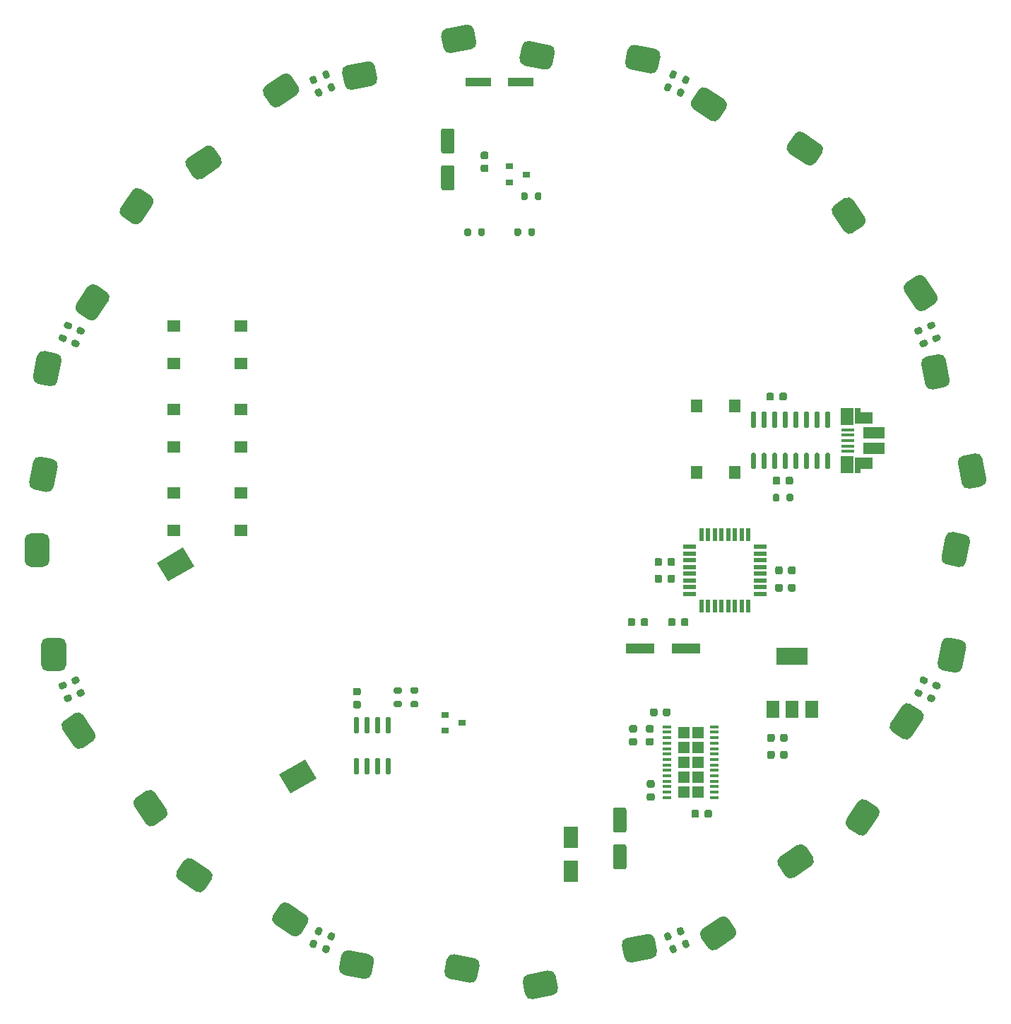
<source format=gtp>
%TF.GenerationSoftware,KiCad,Pcbnew,5.1.10-88a1d61d58~88~ubuntu18.04.1*%
%TF.CreationDate,2021-07-16T18:03:04+01:00*%
%TF.ProjectId,NerdClock,4e657264-436c-46f6-936b-2e6b69636164,rev?*%
%TF.SameCoordinates,Original*%
%TF.FileFunction,Paste,Top*%
%TF.FilePolarity,Positive*%
%FSLAX46Y46*%
G04 Gerber Fmt 4.6, Leading zero omitted, Abs format (unit mm)*
G04 Created by KiCad (PCBNEW 5.1.10-88a1d61d58~88~ubuntu18.04.1) date 2021-07-16 18:03:04*
%MOMM*%
%LPD*%
G01*
G04 APERTURE LIST*
%ADD10R,1.600000X1.400000*%
%ADD11R,1.100000X0.400000*%
%ADD12R,1.400000X1.400000*%
%ADD13C,0.100000*%
%ADD14R,2.000000X1.350000*%
%ADD15R,0.700000X1.825000*%
%ADD16R,1.500000X2.000000*%
%ADD17R,1.650000X0.400000*%
%ADD18R,2.500000X1.430000*%
%ADD19R,0.900000X0.800000*%
%ADD20R,1.400000X1.600000*%
%ADD21R,3.800000X2.000000*%
%ADD22R,1.600000X0.550000*%
%ADD23R,0.550000X1.600000*%
%ADD24R,3.500000X1.200000*%
%ADD25R,3.150000X1.000000*%
%ADD26R,1.800000X2.500000*%
G04 APERTURE END LIST*
D10*
X61000000Y-82250000D03*
X69000000Y-82250000D03*
X61000000Y-77750000D03*
X69000000Y-77750000D03*
D11*
X120056000Y-125738000D03*
X120056000Y-126388000D03*
X120056000Y-127038000D03*
X120056000Y-127688000D03*
X120056000Y-128338000D03*
X120056000Y-128988000D03*
X120056000Y-129638000D03*
X120056000Y-130288000D03*
X120056000Y-130938000D03*
X120056000Y-131588000D03*
X120056000Y-132238000D03*
X120056000Y-132888000D03*
X120056000Y-133538000D03*
X120056000Y-134188000D03*
X125756000Y-134188000D03*
X125756000Y-133538000D03*
X125756000Y-132888000D03*
X125756000Y-132238000D03*
X125756000Y-131588000D03*
X125756000Y-130938000D03*
X125756000Y-130288000D03*
X125756000Y-129638000D03*
X125756000Y-128988000D03*
X125756000Y-128338000D03*
X125756000Y-127688000D03*
X125756000Y-127038000D03*
X125756000Y-126388000D03*
X125756000Y-125738000D03*
D12*
X122056000Y-126403000D03*
X123756000Y-126403000D03*
X123756000Y-128183000D03*
X122056000Y-128183000D03*
X123756000Y-129963000D03*
X122056000Y-129963000D03*
X123756000Y-131743000D03*
X122056000Y-131743000D03*
X123756000Y-133523000D03*
X122056000Y-133523000D03*
D13*
G36*
X73616154Y-131461439D02*
G01*
X76733846Y-129661439D01*
X78033846Y-131913105D01*
X74916154Y-133713105D01*
X73616154Y-131461439D01*
G37*
G36*
X58966154Y-106086895D02*
G01*
X62083846Y-104286895D01*
X63383846Y-106538561D01*
X60266154Y-108338561D01*
X58966154Y-106086895D01*
G37*
G36*
G01*
X113850000Y-135400000D02*
X114950000Y-135400000D01*
G75*
G02*
X115200000Y-135650000I0J-250000D01*
G01*
X115200000Y-138150000D01*
G75*
G02*
X114950000Y-138400000I-250000J0D01*
G01*
X113850000Y-138400000D01*
G75*
G02*
X113600000Y-138150000I0J250000D01*
G01*
X113600000Y-135650000D01*
G75*
G02*
X113850000Y-135400000I250000J0D01*
G01*
G37*
G36*
G01*
X113850000Y-139800000D02*
X114950000Y-139800000D01*
G75*
G02*
X115200000Y-140050000I0J-250000D01*
G01*
X115200000Y-142550000D01*
G75*
G02*
X114950000Y-142800000I-250000J0D01*
G01*
X113850000Y-142800000D01*
G75*
G02*
X113600000Y-142550000I0J250000D01*
G01*
X113600000Y-140050000D01*
G75*
G02*
X113850000Y-139800000I250000J0D01*
G01*
G37*
G36*
G01*
X132969000Y-128838000D02*
X132969000Y-129338000D01*
G75*
G02*
X132744000Y-129563000I-225000J0D01*
G01*
X132294000Y-129563000D01*
G75*
G02*
X132069000Y-129338000I0J225000D01*
G01*
X132069000Y-128838000D01*
G75*
G02*
X132294000Y-128613000I225000J0D01*
G01*
X132744000Y-128613000D01*
G75*
G02*
X132969000Y-128838000I0J-225000D01*
G01*
G37*
G36*
G01*
X134519000Y-128838000D02*
X134519000Y-129338000D01*
G75*
G02*
X134294000Y-129563000I-225000J0D01*
G01*
X133844000Y-129563000D01*
G75*
G02*
X133619000Y-129338000I0J225000D01*
G01*
X133619000Y-128838000D01*
G75*
G02*
X133844000Y-128613000I225000J0D01*
G01*
X134294000Y-128613000D01*
G75*
G02*
X134519000Y-128838000I0J-225000D01*
G01*
G37*
G36*
G01*
X134519000Y-126806000D02*
X134519000Y-127306000D01*
G75*
G02*
X134294000Y-127531000I-225000J0D01*
G01*
X133844000Y-127531000D01*
G75*
G02*
X133619000Y-127306000I0J225000D01*
G01*
X133619000Y-126806000D01*
G75*
G02*
X133844000Y-126581000I225000J0D01*
G01*
X134294000Y-126581000D01*
G75*
G02*
X134519000Y-126806000I0J-225000D01*
G01*
G37*
G36*
G01*
X132969000Y-126806000D02*
X132969000Y-127306000D01*
G75*
G02*
X132744000Y-127531000I-225000J0D01*
G01*
X132294000Y-127531000D01*
G75*
G02*
X132069000Y-127306000I0J225000D01*
G01*
X132069000Y-126806000D01*
G75*
G02*
X132294000Y-126581000I225000J0D01*
G01*
X132744000Y-126581000D01*
G75*
G02*
X132969000Y-126806000I0J-225000D01*
G01*
G37*
G36*
G01*
X120475000Y-123750000D02*
X120475000Y-124250000D01*
G75*
G02*
X120250000Y-124475000I-225000J0D01*
G01*
X119800000Y-124475000D01*
G75*
G02*
X119575000Y-124250000I0J225000D01*
G01*
X119575000Y-123750000D01*
G75*
G02*
X119800000Y-123525000I225000J0D01*
G01*
X120250000Y-123525000D01*
G75*
G02*
X120475000Y-123750000I0J-225000D01*
G01*
G37*
G36*
G01*
X118925000Y-123750000D02*
X118925000Y-124250000D01*
G75*
G02*
X118700000Y-124475000I-225000J0D01*
G01*
X118250000Y-124475000D01*
G75*
G02*
X118025000Y-124250000I0J225000D01*
G01*
X118025000Y-123750000D01*
G75*
G02*
X118250000Y-123525000I225000J0D01*
G01*
X118700000Y-123525000D01*
G75*
G02*
X118925000Y-123750000I0J-225000D01*
G01*
G37*
G36*
G01*
X119475000Y-105750000D02*
X119475000Y-106250000D01*
G75*
G02*
X119250000Y-106475000I-225000J0D01*
G01*
X118800000Y-106475000D01*
G75*
G02*
X118575000Y-106250000I0J225000D01*
G01*
X118575000Y-105750000D01*
G75*
G02*
X118800000Y-105525000I225000J0D01*
G01*
X119250000Y-105525000D01*
G75*
G02*
X119475000Y-105750000I0J-225000D01*
G01*
G37*
G36*
G01*
X121025000Y-105750000D02*
X121025000Y-106250000D01*
G75*
G02*
X120800000Y-106475000I-225000J0D01*
G01*
X120350000Y-106475000D01*
G75*
G02*
X120125000Y-106250000I0J225000D01*
G01*
X120125000Y-105750000D01*
G75*
G02*
X120350000Y-105525000I225000J0D01*
G01*
X120800000Y-105525000D01*
G75*
G02*
X121025000Y-105750000I0J-225000D01*
G01*
G37*
G36*
G01*
X134575000Y-109335001D02*
X134575000Y-108835001D01*
G75*
G02*
X134800000Y-108610001I225000J0D01*
G01*
X135250000Y-108610001D01*
G75*
G02*
X135475000Y-108835001I0J-225000D01*
G01*
X135475000Y-109335001D01*
G75*
G02*
X135250000Y-109560001I-225000J0D01*
G01*
X134800000Y-109560001D01*
G75*
G02*
X134575000Y-109335001I0J225000D01*
G01*
G37*
G36*
G01*
X133025000Y-109335001D02*
X133025000Y-108835001D01*
G75*
G02*
X133250000Y-108610001I225000J0D01*
G01*
X133700000Y-108610001D01*
G75*
G02*
X133925000Y-108835001I0J-225000D01*
G01*
X133925000Y-109335001D01*
G75*
G02*
X133700000Y-109560001I-225000J0D01*
G01*
X133250000Y-109560001D01*
G75*
G02*
X133025000Y-109335001I0J225000D01*
G01*
G37*
G36*
G01*
X121025000Y-107750000D02*
X121025000Y-108250000D01*
G75*
G02*
X120800000Y-108475000I-225000J0D01*
G01*
X120350000Y-108475000D01*
G75*
G02*
X120125000Y-108250000I0J225000D01*
G01*
X120125000Y-107750000D01*
G75*
G02*
X120350000Y-107525000I225000J0D01*
G01*
X120800000Y-107525000D01*
G75*
G02*
X121025000Y-107750000I0J-225000D01*
G01*
G37*
G36*
G01*
X119475000Y-107750000D02*
X119475000Y-108250000D01*
G75*
G02*
X119250000Y-108475000I-225000J0D01*
G01*
X118800000Y-108475000D01*
G75*
G02*
X118575000Y-108250000I0J225000D01*
G01*
X118575000Y-107750000D01*
G75*
G02*
X118800000Y-107525000I225000J0D01*
G01*
X119250000Y-107525000D01*
G75*
G02*
X119475000Y-107750000I0J-225000D01*
G01*
G37*
G36*
G01*
X117750000Y-127075000D02*
X118250000Y-127075000D01*
G75*
G02*
X118475000Y-127300000I0J-225000D01*
G01*
X118475000Y-127750000D01*
G75*
G02*
X118250000Y-127975000I-225000J0D01*
G01*
X117750000Y-127975000D01*
G75*
G02*
X117525000Y-127750000I0J225000D01*
G01*
X117525000Y-127300000D01*
G75*
G02*
X117750000Y-127075000I225000J0D01*
G01*
G37*
G36*
G01*
X117750000Y-125525000D02*
X118250000Y-125525000D01*
G75*
G02*
X118475000Y-125750000I0J-225000D01*
G01*
X118475000Y-126200000D01*
G75*
G02*
X118250000Y-126425000I-225000J0D01*
G01*
X117750000Y-126425000D01*
G75*
G02*
X117525000Y-126200000I0J225000D01*
G01*
X117525000Y-125750000D01*
G75*
G02*
X117750000Y-125525000I225000J0D01*
G01*
G37*
G36*
G01*
X115750000Y-125525000D02*
X116250000Y-125525000D01*
G75*
G02*
X116475000Y-125750000I0J-225000D01*
G01*
X116475000Y-126200000D01*
G75*
G02*
X116250000Y-126425000I-225000J0D01*
G01*
X115750000Y-126425000D01*
G75*
G02*
X115525000Y-126200000I0J225000D01*
G01*
X115525000Y-125750000D01*
G75*
G02*
X115750000Y-125525000I225000J0D01*
G01*
G37*
G36*
G01*
X115750000Y-127075000D02*
X116250000Y-127075000D01*
G75*
G02*
X116475000Y-127300000I0J-225000D01*
G01*
X116475000Y-127750000D01*
G75*
G02*
X116250000Y-127975000I-225000J0D01*
G01*
X115750000Y-127975000D01*
G75*
G02*
X115525000Y-127750000I0J225000D01*
G01*
X115525000Y-127300000D01*
G75*
G02*
X115750000Y-127075000I225000J0D01*
G01*
G37*
G36*
G01*
X133925000Y-106750000D02*
X133925000Y-107250000D01*
G75*
G02*
X133700000Y-107475000I-225000J0D01*
G01*
X133250000Y-107475000D01*
G75*
G02*
X133025000Y-107250000I0J225000D01*
G01*
X133025000Y-106750000D01*
G75*
G02*
X133250000Y-106525000I225000J0D01*
G01*
X133700000Y-106525000D01*
G75*
G02*
X133925000Y-106750000I0J-225000D01*
G01*
G37*
G36*
G01*
X135475000Y-106750000D02*
X135475000Y-107250000D01*
G75*
G02*
X135250000Y-107475000I-225000J0D01*
G01*
X134800000Y-107475000D01*
G75*
G02*
X134575000Y-107250000I0J225000D01*
G01*
X134575000Y-106750000D01*
G75*
G02*
X134800000Y-106525000I225000J0D01*
G01*
X135250000Y-106525000D01*
G75*
G02*
X135475000Y-106750000I0J-225000D01*
G01*
G37*
G36*
G01*
X117860000Y-132125000D02*
X118360000Y-132125000D01*
G75*
G02*
X118585000Y-132350000I0J-225000D01*
G01*
X118585000Y-132800000D01*
G75*
G02*
X118360000Y-133025000I-225000J0D01*
G01*
X117860000Y-133025000D01*
G75*
G02*
X117635000Y-132800000I0J225000D01*
G01*
X117635000Y-132350000D01*
G75*
G02*
X117860000Y-132125000I225000J0D01*
G01*
G37*
G36*
G01*
X117860000Y-133675000D02*
X118360000Y-133675000D01*
G75*
G02*
X118585000Y-133900000I0J-225000D01*
G01*
X118585000Y-134350000D01*
G75*
G02*
X118360000Y-134575000I-225000J0D01*
G01*
X117860000Y-134575000D01*
G75*
G02*
X117635000Y-134350000I0J225000D01*
G01*
X117635000Y-133900000D01*
G75*
G02*
X117860000Y-133675000I225000J0D01*
G01*
G37*
G36*
G01*
X117811000Y-112950000D02*
X117811000Y-113450000D01*
G75*
G02*
X117586000Y-113675000I-225000J0D01*
G01*
X117136000Y-113675000D01*
G75*
G02*
X116911000Y-113450000I0J225000D01*
G01*
X116911000Y-112950000D01*
G75*
G02*
X117136000Y-112725000I225000J0D01*
G01*
X117586000Y-112725000D01*
G75*
G02*
X117811000Y-112950000I0J-225000D01*
G01*
G37*
G36*
G01*
X116261000Y-112950000D02*
X116261000Y-113450000D01*
G75*
G02*
X116036000Y-113675000I-225000J0D01*
G01*
X115586000Y-113675000D01*
G75*
G02*
X115361000Y-113450000I0J225000D01*
G01*
X115361000Y-112950000D01*
G75*
G02*
X115586000Y-112725000I225000J0D01*
G01*
X116036000Y-112725000D01*
G75*
G02*
X116261000Y-112950000I0J-225000D01*
G01*
G37*
G36*
G01*
X123893000Y-135894000D02*
X123893000Y-136394000D01*
G75*
G02*
X123668000Y-136619000I-225000J0D01*
G01*
X123218000Y-136619000D01*
G75*
G02*
X122993000Y-136394000I0J225000D01*
G01*
X122993000Y-135894000D01*
G75*
G02*
X123218000Y-135669000I225000J0D01*
G01*
X123668000Y-135669000D01*
G75*
G02*
X123893000Y-135894000I0J-225000D01*
G01*
G37*
G36*
G01*
X125443000Y-135894000D02*
X125443000Y-136394000D01*
G75*
G02*
X125218000Y-136619000I-225000J0D01*
G01*
X124768000Y-136619000D01*
G75*
G02*
X124543000Y-136394000I0J225000D01*
G01*
X124543000Y-135894000D01*
G75*
G02*
X124768000Y-135669000I225000J0D01*
G01*
X125218000Y-135669000D01*
G75*
G02*
X125443000Y-135894000I0J-225000D01*
G01*
G37*
G36*
G01*
X120187000Y-113450000D02*
X120187000Y-112950000D01*
G75*
G02*
X120412000Y-112725000I225000J0D01*
G01*
X120862000Y-112725000D01*
G75*
G02*
X121087000Y-112950000I0J-225000D01*
G01*
X121087000Y-113450000D01*
G75*
G02*
X120862000Y-113675000I-225000J0D01*
G01*
X120412000Y-113675000D01*
G75*
G02*
X120187000Y-113450000I0J225000D01*
G01*
G37*
G36*
G01*
X121737000Y-113450000D02*
X121737000Y-112950000D01*
G75*
G02*
X121962000Y-112725000I225000J0D01*
G01*
X122412000Y-112725000D01*
G75*
G02*
X122637000Y-112950000I0J-225000D01*
G01*
X122637000Y-113450000D01*
G75*
G02*
X122412000Y-113675000I-225000J0D01*
G01*
X121962000Y-113675000D01*
G75*
G02*
X121737000Y-113450000I0J225000D01*
G01*
G37*
G36*
G01*
X83150000Y-121975000D02*
X82650000Y-121975000D01*
G75*
G02*
X82425000Y-121750000I0J225000D01*
G01*
X82425000Y-121300000D01*
G75*
G02*
X82650000Y-121075000I225000J0D01*
G01*
X83150000Y-121075000D01*
G75*
G02*
X83375000Y-121300000I0J-225000D01*
G01*
X83375000Y-121750000D01*
G75*
G02*
X83150000Y-121975000I-225000J0D01*
G01*
G37*
G36*
G01*
X83150000Y-123525000D02*
X82650000Y-123525000D01*
G75*
G02*
X82425000Y-123300000I0J225000D01*
G01*
X82425000Y-122850000D01*
G75*
G02*
X82650000Y-122625000I225000J0D01*
G01*
X83150000Y-122625000D01*
G75*
G02*
X83375000Y-122850000I0J-225000D01*
G01*
X83375000Y-123300000D01*
G75*
G02*
X83150000Y-123525000I-225000J0D01*
G01*
G37*
G36*
G01*
X133625000Y-96016000D02*
X133625000Y-96516000D01*
G75*
G02*
X133400000Y-96741000I-225000J0D01*
G01*
X132950000Y-96741000D01*
G75*
G02*
X132725000Y-96516000I0J225000D01*
G01*
X132725000Y-96016000D01*
G75*
G02*
X132950000Y-95791000I225000J0D01*
G01*
X133400000Y-95791000D01*
G75*
G02*
X133625000Y-96016000I0J-225000D01*
G01*
G37*
G36*
G01*
X135175000Y-96016000D02*
X135175000Y-96516000D01*
G75*
G02*
X134950000Y-96741000I-225000J0D01*
G01*
X134500000Y-96741000D01*
G75*
G02*
X134275000Y-96516000I0J225000D01*
G01*
X134275000Y-96016000D01*
G75*
G02*
X134500000Y-95791000I225000J0D01*
G01*
X134950000Y-95791000D01*
G75*
G02*
X135175000Y-96016000I0J-225000D01*
G01*
G37*
G36*
G01*
X131975000Y-86450000D02*
X131975000Y-85950000D01*
G75*
G02*
X132200000Y-85725000I225000J0D01*
G01*
X132650000Y-85725000D01*
G75*
G02*
X132875000Y-85950000I0J-225000D01*
G01*
X132875000Y-86450000D01*
G75*
G02*
X132650000Y-86675000I-225000J0D01*
G01*
X132200000Y-86675000D01*
G75*
G02*
X131975000Y-86450000I0J225000D01*
G01*
G37*
G36*
G01*
X133525000Y-86450000D02*
X133525000Y-85950000D01*
G75*
G02*
X133750000Y-85725000I225000J0D01*
G01*
X134200000Y-85725000D01*
G75*
G02*
X134425000Y-85950000I0J-225000D01*
G01*
X134425000Y-86450000D01*
G75*
G02*
X134200000Y-86675000I-225000J0D01*
G01*
X133750000Y-86675000D01*
G75*
G02*
X133525000Y-86450000I0J225000D01*
G01*
G37*
G36*
G01*
X81419031Y-48885105D02*
X81127679Y-47413673D01*
G75*
G02*
X81717719Y-46532281I735716J145676D01*
G01*
X84170107Y-46046695D01*
G75*
G02*
X85051499Y-46636735I145676J-735716D01*
G01*
X85342851Y-48108167D01*
G75*
G02*
X84752811Y-48989559I-735716J-145676D01*
G01*
X82300423Y-49475145D01*
G75*
G02*
X81419031Y-48885105I-145676J735716D01*
G01*
G37*
G36*
G01*
X96924969Y-42246895D02*
X97216321Y-43718327D01*
G75*
G02*
X96626281Y-44599719I-735716J-145676D01*
G01*
X94173893Y-45085305D01*
G75*
G02*
X93292501Y-44495265I-145676J735716D01*
G01*
X93001149Y-43023833D01*
G75*
G02*
X93591189Y-42142441I735716J145676D01*
G01*
X96043577Y-41656855D01*
G75*
G02*
X96924969Y-42246895I145676J-735716D01*
G01*
G37*
G36*
G01*
X75048104Y-47809338D02*
X75882547Y-49055815D01*
G75*
G02*
X75676531Y-50096275I-623238J-417222D01*
G01*
X73599070Y-51487014D01*
G75*
G02*
X72558610Y-51280998I-417222J623238D01*
G01*
X71724167Y-50034521D01*
G75*
G02*
X71930183Y-48994061I623238J417222D01*
G01*
X74007644Y-47603322D01*
G75*
G02*
X75048104Y-47809338I417222J-623238D01*
G01*
G37*
G36*
G01*
X63283896Y-59896662D02*
X62449453Y-58650185D01*
G75*
G02*
X62655469Y-57609725I623238J417222D01*
G01*
X64732930Y-56218986D01*
G75*
G02*
X65773390Y-56425002I417222J-623238D01*
G01*
X66607833Y-57671479D01*
G75*
G02*
X66401817Y-58711939I-623238J-417222D01*
G01*
X64324356Y-60102678D01*
G75*
G02*
X63283896Y-59896662I-417222J623238D01*
G01*
G37*
G36*
G01*
X50717784Y-76995139D02*
X49471307Y-76160696D01*
G75*
G02*
X49265291Y-75120236I417222J623238D01*
G01*
X50656030Y-73042775D01*
G75*
G02*
X51696490Y-72836759I623238J-417222D01*
G01*
X52942967Y-73671202D01*
G75*
G02*
X53148983Y-74711662I-417222J-623238D01*
G01*
X51758244Y-76789123D01*
G75*
G02*
X50717784Y-76995139I-623238J417222D01*
G01*
G37*
G36*
G01*
X56988216Y-61336861D02*
X58234693Y-62171304D01*
G75*
G02*
X58440709Y-63211764I-417222J-623238D01*
G01*
X57049970Y-65289225D01*
G75*
G02*
X56009510Y-65495241I-623238J417222D01*
G01*
X54763033Y-64660798D01*
G75*
G02*
X54557017Y-63620338I417222J623238D01*
G01*
X55947756Y-61542877D01*
G75*
G02*
X56988216Y-61336861I623238J-417222D01*
G01*
G37*
G36*
G01*
X45451763Y-80739210D02*
X46923195Y-81030562D01*
G75*
G02*
X47513235Y-81911954I-145676J-735716D01*
G01*
X47027649Y-84364342D01*
G75*
G02*
X46146257Y-84954382I-735716J145676D01*
G01*
X44674825Y-84663030D01*
G75*
G02*
X44084785Y-83781638I145676J735716D01*
G01*
X44570371Y-81329250D01*
G75*
G02*
X45451763Y-80739210I735716J-145676D01*
G01*
G37*
G36*
G01*
X45680237Y-97604790D02*
X44208805Y-97313438D01*
G75*
G02*
X43618765Y-96432046I145676J735716D01*
G01*
X44104351Y-93979658D01*
G75*
G02*
X44985743Y-93389618I735716J-145676D01*
G01*
X46457175Y-93680970D01*
G75*
G02*
X47047215Y-94562362I-145676J-735716D01*
G01*
X46561629Y-97014750D01*
G75*
G02*
X45680237Y-97604790I-735716J145676D01*
G01*
G37*
G36*
G01*
X47316000Y-119078000D02*
X45816000Y-119078000D01*
G75*
G02*
X45066000Y-118328000I0J750000D01*
G01*
X45066000Y-115828000D01*
G75*
G02*
X45816000Y-115078000I750000J0D01*
G01*
X47316000Y-115078000D01*
G75*
G02*
X48066000Y-115828000I0J-750000D01*
G01*
X48066000Y-118328000D01*
G75*
G02*
X47316000Y-119078000I-750000J0D01*
G01*
G37*
G36*
G01*
X43816000Y-102578000D02*
X45316000Y-102578000D01*
G75*
G02*
X46066000Y-103328000I0J-750000D01*
G01*
X46066000Y-105828000D01*
G75*
G02*
X45316000Y-106578000I-750000J0D01*
G01*
X43816000Y-106578000D01*
G75*
G02*
X43066000Y-105828000I0J750000D01*
G01*
X43066000Y-103328000D01*
G75*
G02*
X43816000Y-102578000I750000J0D01*
G01*
G37*
G36*
G01*
X47809338Y-124951896D02*
X49055815Y-124117453D01*
G75*
G02*
X50096275Y-124323469I417222J-623238D01*
G01*
X51487014Y-126400930D01*
G75*
G02*
X51280998Y-127441390I-623238J-417222D01*
G01*
X50034521Y-128275833D01*
G75*
G02*
X48994061Y-128069817I-417222J623238D01*
G01*
X47603322Y-125992356D01*
G75*
G02*
X47809338Y-124951896I623238J417222D01*
G01*
G37*
G36*
G01*
X59896662Y-136716104D02*
X58650185Y-137550547D01*
G75*
G02*
X57609725Y-137344531I-417222J623238D01*
G01*
X56218986Y-135267070D01*
G75*
G02*
X56425002Y-134226610I623238J417222D01*
G01*
X57671479Y-133392167D01*
G75*
G02*
X58711939Y-133598183I417222J-623238D01*
G01*
X60102678Y-135675644D01*
G75*
G02*
X59896662Y-136716104I-623238J-417222D01*
G01*
G37*
G36*
G01*
X76995139Y-149282216D02*
X76160696Y-150528693D01*
G75*
G02*
X75120236Y-150734709I-623238J417222D01*
G01*
X73042775Y-149343970D01*
G75*
G02*
X72836759Y-148303510I417222J623238D01*
G01*
X73671202Y-147057033D01*
G75*
G02*
X74711662Y-146851017I623238J-417222D01*
G01*
X76789123Y-148241756D01*
G75*
G02*
X76995139Y-149282216I-417222J-623238D01*
G01*
G37*
G36*
G01*
X61336861Y-143011784D02*
X62171304Y-141765307D01*
G75*
G02*
X63211764Y-141559291I623238J-417222D01*
G01*
X65289225Y-142950030D01*
G75*
G02*
X65495241Y-143990490I-417222J-623238D01*
G01*
X64660798Y-145236967D01*
G75*
G02*
X63620338Y-145442983I-623238J417222D01*
G01*
X61542877Y-144052244D01*
G75*
G02*
X61336861Y-143011784I417222J623238D01*
G01*
G37*
G36*
G01*
X80739210Y-154548237D02*
X81030562Y-153076805D01*
G75*
G02*
X81911954Y-152486765I735716J-145676D01*
G01*
X84364342Y-152972351D01*
G75*
G02*
X84954382Y-153853743I-145676J-735716D01*
G01*
X84663030Y-155325175D01*
G75*
G02*
X83781638Y-155915215I-735716J145676D01*
G01*
X81329250Y-155429629D01*
G75*
G02*
X80739210Y-154548237I145676J735716D01*
G01*
G37*
G36*
G01*
X97604790Y-154319763D02*
X97313438Y-155791195D01*
G75*
G02*
X96432046Y-156381235I-735716J145676D01*
G01*
X93979658Y-155895649D01*
G75*
G02*
X93389618Y-155014257I145676J735716D01*
G01*
X93680970Y-153542825D01*
G75*
G02*
X94562362Y-152952785I735716J-145676D01*
G01*
X97014750Y-153438371D01*
G75*
G02*
X97604790Y-154319763I-145676J-735716D01*
G01*
G37*
G36*
G01*
X118580969Y-151114895D02*
X118872321Y-152586327D01*
G75*
G02*
X118282281Y-153467719I-735716J-145676D01*
G01*
X115829893Y-153953305D01*
G75*
G02*
X114948501Y-153363265I-145676J735716D01*
G01*
X114657149Y-151891833D01*
G75*
G02*
X115247189Y-151010441I735716J145676D01*
G01*
X117699577Y-150524855D01*
G75*
G02*
X118580969Y-151114895I145676J-735716D01*
G01*
G37*
G36*
G01*
X103075031Y-157753105D02*
X102783679Y-156281673D01*
G75*
G02*
X103373719Y-155400281I735716J145676D01*
G01*
X105826107Y-154914695D01*
G75*
G02*
X106707499Y-155504735I145676J-735716D01*
G01*
X106998851Y-156976167D01*
G75*
G02*
X106408811Y-157857559I-735716J-145676D01*
G01*
X103956423Y-158343145D01*
G75*
G02*
X103075031Y-157753105I-145676J735716D01*
G01*
G37*
G36*
G01*
X124951896Y-152190662D02*
X124117453Y-150944185D01*
G75*
G02*
X124323469Y-149903725I623238J417222D01*
G01*
X126400930Y-148512986D01*
G75*
G02*
X127441390Y-148719002I417222J-623238D01*
G01*
X128275833Y-149965479D01*
G75*
G02*
X128069817Y-151005939I-623238J-417222D01*
G01*
X125992356Y-152396678D01*
G75*
G02*
X124951896Y-152190662I-417222J623238D01*
G01*
G37*
G36*
G01*
X136716104Y-140103338D02*
X137550547Y-141349815D01*
G75*
G02*
X137344531Y-142390275I-623238J-417222D01*
G01*
X135267070Y-143781014D01*
G75*
G02*
X134226610Y-143574998I-417222J623238D01*
G01*
X133392167Y-142328521D01*
G75*
G02*
X133598183Y-141288061I623238J417222D01*
G01*
X135675644Y-139897322D01*
G75*
G02*
X136716104Y-140103338I417222J-623238D01*
G01*
G37*
G36*
G01*
X149282216Y-123004861D02*
X150528693Y-123839304D01*
G75*
G02*
X150734709Y-124879764I-417222J-623238D01*
G01*
X149343970Y-126957225D01*
G75*
G02*
X148303510Y-127163241I-623238J417222D01*
G01*
X147057033Y-126328798D01*
G75*
G02*
X146851017Y-125288338I417222J623238D01*
G01*
X148241756Y-123210877D01*
G75*
G02*
X149282216Y-123004861I623238J-417222D01*
G01*
G37*
G36*
G01*
X143011784Y-138663139D02*
X141765307Y-137828696D01*
G75*
G02*
X141559291Y-136788236I417222J623238D01*
G01*
X142950030Y-134710775D01*
G75*
G02*
X143990490Y-134504759I623238J-417222D01*
G01*
X145236967Y-135339202D01*
G75*
G02*
X145442983Y-136379662I-417222J-623238D01*
G01*
X144052244Y-138457123D01*
G75*
G02*
X143011784Y-138663139I-623238J417222D01*
G01*
G37*
G36*
G01*
X154548237Y-119260790D02*
X153076805Y-118969438D01*
G75*
G02*
X152486765Y-118088046I145676J735716D01*
G01*
X152972351Y-115635658D01*
G75*
G02*
X153853743Y-115045618I735716J-145676D01*
G01*
X155325175Y-115336970D01*
G75*
G02*
X155915215Y-116218362I-145676J-735716D01*
G01*
X155429629Y-118670750D01*
G75*
G02*
X154548237Y-119260790I-735716J145676D01*
G01*
G37*
G36*
G01*
X154319763Y-102395210D02*
X155791195Y-102686562D01*
G75*
G02*
X156381235Y-103567954I-145676J-735716D01*
G01*
X155895649Y-106020342D01*
G75*
G02*
X155014257Y-106610382I-735716J145676D01*
G01*
X153542825Y-106319030D01*
G75*
G02*
X152952785Y-105437638I145676J735716D01*
G01*
X153438371Y-102985250D01*
G75*
G02*
X154319763Y-102395210I735716J-145676D01*
G01*
G37*
G36*
G01*
X157753105Y-96924969D02*
X156281673Y-97216321D01*
G75*
G02*
X155400281Y-96626281I-145676J735716D01*
G01*
X154914695Y-94173893D01*
G75*
G02*
X155504735Y-93292501I735716J145676D01*
G01*
X156976167Y-93001149D01*
G75*
G02*
X157857559Y-93591189I145676J-735716D01*
G01*
X158343145Y-96043577D01*
G75*
G02*
X157753105Y-96924969I-735716J-145676D01*
G01*
G37*
G36*
G01*
X151114895Y-81419031D02*
X152586327Y-81127679D01*
G75*
G02*
X153467719Y-81717719I145676J-735716D01*
G01*
X153953305Y-84170107D01*
G75*
G02*
X153363265Y-85051499I-735716J-145676D01*
G01*
X151891833Y-85342851D01*
G75*
G02*
X151010441Y-84752811I-145676J735716D01*
G01*
X150524855Y-82300423D01*
G75*
G02*
X151114895Y-81419031I735716J145676D01*
G01*
G37*
G36*
G01*
X140103338Y-63283896D02*
X141349815Y-62449453D01*
G75*
G02*
X142390275Y-62655469I417222J-623238D01*
G01*
X143781014Y-64732930D01*
G75*
G02*
X143574998Y-65773390I-623238J-417222D01*
G01*
X142328521Y-66607833D01*
G75*
G02*
X141288061Y-66401817I-417222J623238D01*
G01*
X139897322Y-64324356D01*
G75*
G02*
X140103338Y-63283896I623238J417222D01*
G01*
G37*
G36*
G01*
X152190662Y-75048104D02*
X150944185Y-75882547D01*
G75*
G02*
X149903725Y-75676531I-417222J623238D01*
G01*
X148512986Y-73599070D01*
G75*
G02*
X148719002Y-72558610I623238J417222D01*
G01*
X149965479Y-71724167D01*
G75*
G02*
X151005939Y-71930183I417222J-623238D01*
G01*
X152396678Y-74007644D01*
G75*
G02*
X152190662Y-75048104I-623238J-417222D01*
G01*
G37*
G36*
G01*
X123004861Y-50717784D02*
X123839304Y-49471307D01*
G75*
G02*
X124879764Y-49265291I623238J-417222D01*
G01*
X126957225Y-50656030D01*
G75*
G02*
X127163241Y-51696490I-417222J-623238D01*
G01*
X126328798Y-52942967D01*
G75*
G02*
X125288338Y-53148983I-623238J417222D01*
G01*
X123210877Y-51758244D01*
G75*
G02*
X123004861Y-50717784I417222J623238D01*
G01*
G37*
G36*
G01*
X138663139Y-56988216D02*
X137828696Y-58234693D01*
G75*
G02*
X136788236Y-58440709I-623238J417222D01*
G01*
X134710775Y-57049970D01*
G75*
G02*
X134504759Y-56009510I417222J623238D01*
G01*
X135339202Y-54763033D01*
G75*
G02*
X136379662Y-54557017I623238J-417222D01*
G01*
X138457123Y-55947756D01*
G75*
G02*
X138663139Y-56988216I-417222J-623238D01*
G01*
G37*
G36*
G01*
X119260790Y-45451763D02*
X118969438Y-46923195D01*
G75*
G02*
X118088046Y-47513235I-735716J145676D01*
G01*
X115635658Y-47027649D01*
G75*
G02*
X115045618Y-46146257I145676J735716D01*
G01*
X115336970Y-44674825D01*
G75*
G02*
X116218362Y-44084785I735716J-145676D01*
G01*
X118670750Y-44570371D01*
G75*
G02*
X119260790Y-45451763I-145676J-735716D01*
G01*
G37*
G36*
G01*
X102395210Y-45680237D02*
X102686562Y-44208805D01*
G75*
G02*
X103567954Y-43618765I735716J-145676D01*
G01*
X106020342Y-44104351D01*
G75*
G02*
X106610382Y-44985743I-145676J-735716D01*
G01*
X106319030Y-46457175D01*
G75*
G02*
X105437638Y-47047215I-735716J145676D01*
G01*
X102985250Y-46561629D01*
G75*
G02*
X102395210Y-45680237I145676J735716D01*
G01*
G37*
D14*
X143695000Y-88715000D03*
X143695000Y-94195000D03*
D15*
X142945000Y-94415000D03*
X142945000Y-88465000D03*
D16*
X141645000Y-94315000D03*
X141625000Y-88565000D03*
D17*
X141745000Y-92765000D03*
X141745000Y-92115000D03*
X141745000Y-91465000D03*
X141745000Y-90815000D03*
X141745000Y-90165000D03*
D18*
X144895000Y-92425000D03*
X144895000Y-90505000D03*
D19*
X103200000Y-59600000D03*
X101200000Y-60550000D03*
X101200000Y-58650000D03*
X93500000Y-124272000D03*
X93500000Y-126172000D03*
X95500000Y-125222000D03*
G36*
G01*
X103375000Y-61925000D02*
X103375000Y-62475000D01*
G75*
G02*
X103175000Y-62675000I-200000J0D01*
G01*
X102775000Y-62675000D01*
G75*
G02*
X102575000Y-62475000I0J200000D01*
G01*
X102575000Y-61925000D01*
G75*
G02*
X102775000Y-61725000I200000J0D01*
G01*
X103175000Y-61725000D01*
G75*
G02*
X103375000Y-61925000I0J-200000D01*
G01*
G37*
G36*
G01*
X105025000Y-61925000D02*
X105025000Y-62475000D01*
G75*
G02*
X104825000Y-62675000I-200000J0D01*
G01*
X104425000Y-62675000D01*
G75*
G02*
X104225000Y-62475000I0J200000D01*
G01*
X104225000Y-61925000D01*
G75*
G02*
X104425000Y-61725000I200000J0D01*
G01*
X104825000Y-61725000D01*
G75*
G02*
X105025000Y-61925000I0J-200000D01*
G01*
G37*
G36*
G01*
X97425000Y-66775000D02*
X97425000Y-66225000D01*
G75*
G02*
X97625000Y-66025000I200000J0D01*
G01*
X98025000Y-66025000D01*
G75*
G02*
X98225000Y-66225000I0J-200000D01*
G01*
X98225000Y-66775000D01*
G75*
G02*
X98025000Y-66975000I-200000J0D01*
G01*
X97625000Y-66975000D01*
G75*
G02*
X97425000Y-66775000I0J200000D01*
G01*
G37*
G36*
G01*
X95775000Y-66775000D02*
X95775000Y-66225000D01*
G75*
G02*
X95975000Y-66025000I200000J0D01*
G01*
X96375000Y-66025000D01*
G75*
G02*
X96575000Y-66225000I0J-200000D01*
G01*
X96575000Y-66775000D01*
G75*
G02*
X96375000Y-66975000I-200000J0D01*
G01*
X95975000Y-66975000D01*
G75*
G02*
X95775000Y-66775000I0J200000D01*
G01*
G37*
G36*
G01*
X104225000Y-66225000D02*
X104225000Y-66775000D01*
G75*
G02*
X104025000Y-66975000I-200000J0D01*
G01*
X103625000Y-66975000D01*
G75*
G02*
X103425000Y-66775000I0J200000D01*
G01*
X103425000Y-66225000D01*
G75*
G02*
X103625000Y-66025000I200000J0D01*
G01*
X104025000Y-66025000D01*
G75*
G02*
X104225000Y-66225000I0J-200000D01*
G01*
G37*
G36*
G01*
X102575000Y-66225000D02*
X102575000Y-66775000D01*
G75*
G02*
X102375000Y-66975000I-200000J0D01*
G01*
X101975000Y-66975000D01*
G75*
G02*
X101775000Y-66775000I0J200000D01*
G01*
X101775000Y-66225000D01*
G75*
G02*
X101975000Y-66025000I200000J0D01*
G01*
X102375000Y-66025000D01*
G75*
G02*
X102575000Y-66225000I0J-200000D01*
G01*
G37*
G36*
G01*
X134375000Y-98573000D02*
X134375000Y-98023000D01*
G75*
G02*
X134575000Y-97823000I200000J0D01*
G01*
X134975000Y-97823000D01*
G75*
G02*
X135175000Y-98023000I0J-200000D01*
G01*
X135175000Y-98573000D01*
G75*
G02*
X134975000Y-98773000I-200000J0D01*
G01*
X134575000Y-98773000D01*
G75*
G02*
X134375000Y-98573000I0J200000D01*
G01*
G37*
G36*
G01*
X132725000Y-98573000D02*
X132725000Y-98023000D01*
G75*
G02*
X132925000Y-97823000I200000J0D01*
G01*
X133325000Y-97823000D01*
G75*
G02*
X133525000Y-98023000I0J-200000D01*
G01*
X133525000Y-98573000D01*
G75*
G02*
X133325000Y-98773000I-200000J0D01*
G01*
X132925000Y-98773000D01*
G75*
G02*
X132725000Y-98573000I0J200000D01*
G01*
G37*
G36*
G01*
X88075000Y-123425000D02*
X87525000Y-123425000D01*
G75*
G02*
X87325000Y-123225000I0J200000D01*
G01*
X87325000Y-122825000D01*
G75*
G02*
X87525000Y-122625000I200000J0D01*
G01*
X88075000Y-122625000D01*
G75*
G02*
X88275000Y-122825000I0J-200000D01*
G01*
X88275000Y-123225000D01*
G75*
G02*
X88075000Y-123425000I-200000J0D01*
G01*
G37*
G36*
G01*
X88075000Y-121775000D02*
X87525000Y-121775000D01*
G75*
G02*
X87325000Y-121575000I0J200000D01*
G01*
X87325000Y-121175000D01*
G75*
G02*
X87525000Y-120975000I200000J0D01*
G01*
X88075000Y-120975000D01*
G75*
G02*
X88275000Y-121175000I0J-200000D01*
G01*
X88275000Y-121575000D01*
G75*
G02*
X88075000Y-121775000I-200000J0D01*
G01*
G37*
G36*
G01*
X90075000Y-121775000D02*
X89525000Y-121775000D01*
G75*
G02*
X89325000Y-121575000I0J200000D01*
G01*
X89325000Y-121175000D01*
G75*
G02*
X89525000Y-120975000I200000J0D01*
G01*
X90075000Y-120975000D01*
G75*
G02*
X90275000Y-121175000I0J-200000D01*
G01*
X90275000Y-121575000D01*
G75*
G02*
X90075000Y-121775000I-200000J0D01*
G01*
G37*
G36*
G01*
X90075000Y-123425000D02*
X89525000Y-123425000D01*
G75*
G02*
X89325000Y-123225000I0J200000D01*
G01*
X89325000Y-122825000D01*
G75*
G02*
X89525000Y-122625000I200000J0D01*
G01*
X90075000Y-122625000D01*
G75*
G02*
X90275000Y-122825000I0J-200000D01*
G01*
X90275000Y-123225000D01*
G75*
G02*
X90075000Y-123425000I-200000J0D01*
G01*
G37*
G36*
G01*
X78579113Y-49395573D02*
X78789589Y-49903707D01*
G75*
G02*
X78681350Y-50165020I-184776J-76537D01*
G01*
X78311798Y-50318094D01*
G75*
G02*
X78050485Y-50209855I-76537J184776D01*
G01*
X77840009Y-49701721D01*
G75*
G02*
X77948248Y-49440408I184776J76537D01*
G01*
X78317800Y-49287334D01*
G75*
G02*
X78579113Y-49395573I76537J-184776D01*
G01*
G37*
G36*
G01*
X80103515Y-48764145D02*
X80313991Y-49272279D01*
G75*
G02*
X80205752Y-49533592I-184776J-76537D01*
G01*
X79836200Y-49686666D01*
G75*
G02*
X79574887Y-49578427I-76537J184776D01*
G01*
X79364411Y-49070293D01*
G75*
G02*
X79472650Y-48808980I184776J76537D01*
G01*
X79842202Y-48655906D01*
G75*
G02*
X80103515Y-48764145I76537J-184776D01*
G01*
G37*
G36*
G01*
X79471515Y-47239145D02*
X79681991Y-47747279D01*
G75*
G02*
X79573752Y-48008592I-184776J-76537D01*
G01*
X79204200Y-48161666D01*
G75*
G02*
X78942887Y-48053427I-76537J184776D01*
G01*
X78732411Y-47545293D01*
G75*
G02*
X78840650Y-47283980I184776J76537D01*
G01*
X79210202Y-47130906D01*
G75*
G02*
X79471515Y-47239145I76537J-184776D01*
G01*
G37*
G36*
G01*
X77947113Y-47870573D02*
X78157589Y-48378707D01*
G75*
G02*
X78049350Y-48640020I-184776J-76537D01*
G01*
X77679798Y-48793094D01*
G75*
G02*
X77418485Y-48684855I-76537J184776D01*
G01*
X77208009Y-48176721D01*
G75*
G02*
X77316248Y-47915408I184776J76537D01*
G01*
X77685800Y-47762334D01*
G75*
G02*
X77947113Y-47870573I76537J-184776D01*
G01*
G37*
G36*
G01*
X49701721Y-77840009D02*
X50209855Y-78050485D01*
G75*
G02*
X50318094Y-78311798I-76537J-184776D01*
G01*
X50165020Y-78681350D01*
G75*
G02*
X49903707Y-78789589I-184776J76537D01*
G01*
X49395573Y-78579113D01*
G75*
G02*
X49287334Y-78317800I76537J184776D01*
G01*
X49440408Y-77948248D01*
G75*
G02*
X49701721Y-77840009I184776J-76537D01*
G01*
G37*
G36*
G01*
X49070293Y-79364411D02*
X49578427Y-79574887D01*
G75*
G02*
X49686666Y-79836200I-76537J-184776D01*
G01*
X49533592Y-80205752D01*
G75*
G02*
X49272279Y-80313991I-184776J76537D01*
G01*
X48764145Y-80103515D01*
G75*
G02*
X48655906Y-79842202I76537J184776D01*
G01*
X48808980Y-79472650D01*
G75*
G02*
X49070293Y-79364411I184776J-76537D01*
G01*
G37*
G36*
G01*
X47545293Y-78732411D02*
X48053427Y-78942887D01*
G75*
G02*
X48161666Y-79204200I-76537J-184776D01*
G01*
X48008592Y-79573752D01*
G75*
G02*
X47747279Y-79681991I-184776J76537D01*
G01*
X47239145Y-79471515D01*
G75*
G02*
X47130906Y-79210202I76537J184776D01*
G01*
X47283980Y-78840650D01*
G75*
G02*
X47545293Y-78732411I184776J-76537D01*
G01*
G37*
G36*
G01*
X48176721Y-77208009D02*
X48684855Y-77418485D01*
G75*
G02*
X48793094Y-77679798I-76537J-184776D01*
G01*
X48640020Y-78049350D01*
G75*
G02*
X48378707Y-78157589I-184776J76537D01*
G01*
X47870573Y-77947113D01*
G75*
G02*
X47762334Y-77685800I76537J184776D01*
G01*
X47915408Y-77316248D01*
G75*
G02*
X48176721Y-77208009I184776J-76537D01*
G01*
G37*
G36*
G01*
X49395573Y-121420887D02*
X49903707Y-121210411D01*
G75*
G02*
X50165020Y-121318650I76537J-184776D01*
G01*
X50318094Y-121688202D01*
G75*
G02*
X50209855Y-121949515I-184776J-76537D01*
G01*
X49701721Y-122159991D01*
G75*
G02*
X49440408Y-122051752I-76537J184776D01*
G01*
X49287334Y-121682200D01*
G75*
G02*
X49395573Y-121420887I184776J76537D01*
G01*
G37*
G36*
G01*
X48764145Y-119896485D02*
X49272279Y-119686009D01*
G75*
G02*
X49533592Y-119794248I76537J-184776D01*
G01*
X49686666Y-120163800D01*
G75*
G02*
X49578427Y-120425113I-184776J-76537D01*
G01*
X49070293Y-120635589D01*
G75*
G02*
X48808980Y-120527350I-76537J184776D01*
G01*
X48655906Y-120157798D01*
G75*
G02*
X48764145Y-119896485I184776J76537D01*
G01*
G37*
G36*
G01*
X47239145Y-120528485D02*
X47747279Y-120318009D01*
G75*
G02*
X48008592Y-120426248I76537J-184776D01*
G01*
X48161666Y-120795800D01*
G75*
G02*
X48053427Y-121057113I-184776J-76537D01*
G01*
X47545293Y-121267589D01*
G75*
G02*
X47283980Y-121159350I-76537J184776D01*
G01*
X47130906Y-120789798D01*
G75*
G02*
X47239145Y-120528485I184776J76537D01*
G01*
G37*
G36*
G01*
X47870573Y-122052887D02*
X48378707Y-121842411D01*
G75*
G02*
X48640020Y-121950650I76537J-184776D01*
G01*
X48793094Y-122320202D01*
G75*
G02*
X48684855Y-122581515I-184776J-76537D01*
G01*
X48176721Y-122791991D01*
G75*
G02*
X47915408Y-122683752I-76537J184776D01*
G01*
X47762334Y-122314200D01*
G75*
G02*
X47870573Y-122052887I184776J76537D01*
G01*
G37*
G36*
G01*
X79364411Y-150929707D02*
X79574887Y-150421573D01*
G75*
G02*
X79836200Y-150313334I184776J-76537D01*
G01*
X80205752Y-150466408D01*
G75*
G02*
X80313991Y-150727721I-76537J-184776D01*
G01*
X80103515Y-151235855D01*
G75*
G02*
X79842202Y-151344094I-184776J76537D01*
G01*
X79472650Y-151191020D01*
G75*
G02*
X79364411Y-150929707I76537J184776D01*
G01*
G37*
G36*
G01*
X77840009Y-150298279D02*
X78050485Y-149790145D01*
G75*
G02*
X78311798Y-149681906I184776J-76537D01*
G01*
X78681350Y-149834980D01*
G75*
G02*
X78789589Y-150096293I-76537J-184776D01*
G01*
X78579113Y-150604427D01*
G75*
G02*
X78317800Y-150712666I-184776J76537D01*
G01*
X77948248Y-150559592D01*
G75*
G02*
X77840009Y-150298279I76537J184776D01*
G01*
G37*
G36*
G01*
X77208009Y-151823279D02*
X77418485Y-151315145D01*
G75*
G02*
X77679798Y-151206906I184776J-76537D01*
G01*
X78049350Y-151359980D01*
G75*
G02*
X78157589Y-151621293I-76537J-184776D01*
G01*
X77947113Y-152129427D01*
G75*
G02*
X77685800Y-152237666I-184776J76537D01*
G01*
X77316248Y-152084592D01*
G75*
G02*
X77208009Y-151823279I76537J184776D01*
G01*
G37*
G36*
G01*
X78732411Y-152454707D02*
X78942887Y-151946573D01*
G75*
G02*
X79204200Y-151838334I184776J-76537D01*
G01*
X79573752Y-151991408D01*
G75*
G02*
X79681991Y-152252721I-76537J-184776D01*
G01*
X79471515Y-152760855D01*
G75*
G02*
X79210202Y-152869094I-184776J76537D01*
G01*
X78840650Y-152716020D01*
G75*
G02*
X78732411Y-152454707I76537J184776D01*
G01*
G37*
G36*
G01*
X119896485Y-151235855D02*
X119686009Y-150727721D01*
G75*
G02*
X119794248Y-150466408I184776J76537D01*
G01*
X120163800Y-150313334D01*
G75*
G02*
X120425113Y-150421573I76537J-184776D01*
G01*
X120635589Y-150929707D01*
G75*
G02*
X120527350Y-151191020I-184776J-76537D01*
G01*
X120157798Y-151344094D01*
G75*
G02*
X119896485Y-151235855I-76537J184776D01*
G01*
G37*
G36*
G01*
X121420887Y-150604427D02*
X121210411Y-150096293D01*
G75*
G02*
X121318650Y-149834980I184776J76537D01*
G01*
X121688202Y-149681906D01*
G75*
G02*
X121949515Y-149790145I76537J-184776D01*
G01*
X122159991Y-150298279D01*
G75*
G02*
X122051752Y-150559592I-184776J-76537D01*
G01*
X121682200Y-150712666D01*
G75*
G02*
X121420887Y-150604427I-76537J184776D01*
G01*
G37*
G36*
G01*
X120528485Y-152760855D02*
X120318009Y-152252721D01*
G75*
G02*
X120426248Y-151991408I184776J76537D01*
G01*
X120795800Y-151838334D01*
G75*
G02*
X121057113Y-151946573I76537J-184776D01*
G01*
X121267589Y-152454707D01*
G75*
G02*
X121159350Y-152716020I-184776J-76537D01*
G01*
X120789798Y-152869094D01*
G75*
G02*
X120528485Y-152760855I-76537J184776D01*
G01*
G37*
G36*
G01*
X122052887Y-152129427D02*
X121842411Y-151621293D01*
G75*
G02*
X121950650Y-151359980I184776J76537D01*
G01*
X122320202Y-151206906D01*
G75*
G02*
X122581515Y-151315145I76537J-184776D01*
G01*
X122791991Y-151823279D01*
G75*
G02*
X122683752Y-152084592I-184776J-76537D01*
G01*
X122314200Y-152237666D01*
G75*
G02*
X122052887Y-152129427I-76537J184776D01*
G01*
G37*
G36*
G01*
X150929707Y-120635589D02*
X150421573Y-120425113D01*
G75*
G02*
X150313334Y-120163800I76537J184776D01*
G01*
X150466408Y-119794248D01*
G75*
G02*
X150727721Y-119686009I184776J-76537D01*
G01*
X151235855Y-119896485D01*
G75*
G02*
X151344094Y-120157798I-76537J-184776D01*
G01*
X151191020Y-120527350D01*
G75*
G02*
X150929707Y-120635589I-184776J76537D01*
G01*
G37*
G36*
G01*
X150298279Y-122159991D02*
X149790145Y-121949515D01*
G75*
G02*
X149681906Y-121688202I76537J184776D01*
G01*
X149834980Y-121318650D01*
G75*
G02*
X150096293Y-121210411I184776J-76537D01*
G01*
X150604427Y-121420887D01*
G75*
G02*
X150712666Y-121682200I-76537J-184776D01*
G01*
X150559592Y-122051752D01*
G75*
G02*
X150298279Y-122159991I-184776J76537D01*
G01*
G37*
G36*
G01*
X151823279Y-122791991D02*
X151315145Y-122581515D01*
G75*
G02*
X151206906Y-122320202I76537J184776D01*
G01*
X151359980Y-121950650D01*
G75*
G02*
X151621293Y-121842411I184776J-76537D01*
G01*
X152129427Y-122052887D01*
G75*
G02*
X152237666Y-122314200I-76537J-184776D01*
G01*
X152084592Y-122683752D01*
G75*
G02*
X151823279Y-122791991I-184776J76537D01*
G01*
G37*
G36*
G01*
X152454707Y-121267589D02*
X151946573Y-121057113D01*
G75*
G02*
X151838334Y-120795800I76537J184776D01*
G01*
X151991408Y-120426248D01*
G75*
G02*
X152252721Y-120318009I184776J-76537D01*
G01*
X152760855Y-120528485D01*
G75*
G02*
X152869094Y-120789798I-76537J-184776D01*
G01*
X152716020Y-121159350D01*
G75*
G02*
X152454707Y-121267589I-184776J76537D01*
G01*
G37*
G36*
G01*
X150604427Y-78579113D02*
X150096293Y-78789589D01*
G75*
G02*
X149834980Y-78681350I-76537J184776D01*
G01*
X149681906Y-78311798D01*
G75*
G02*
X149790145Y-78050485I184776J76537D01*
G01*
X150298279Y-77840009D01*
G75*
G02*
X150559592Y-77948248I76537J-184776D01*
G01*
X150712666Y-78317800D01*
G75*
G02*
X150604427Y-78579113I-184776J-76537D01*
G01*
G37*
G36*
G01*
X151235855Y-80103515D02*
X150727721Y-80313991D01*
G75*
G02*
X150466408Y-80205752I-76537J184776D01*
G01*
X150313334Y-79836200D01*
G75*
G02*
X150421573Y-79574887I184776J76537D01*
G01*
X150929707Y-79364411D01*
G75*
G02*
X151191020Y-79472650I76537J-184776D01*
G01*
X151344094Y-79842202D01*
G75*
G02*
X151235855Y-80103515I-184776J-76537D01*
G01*
G37*
G36*
G01*
X152129427Y-77947113D02*
X151621293Y-78157589D01*
G75*
G02*
X151359980Y-78049350I-76537J184776D01*
G01*
X151206906Y-77679798D01*
G75*
G02*
X151315145Y-77418485I184776J76537D01*
G01*
X151823279Y-77208009D01*
G75*
G02*
X152084592Y-77316248I76537J-184776D01*
G01*
X152237666Y-77685800D01*
G75*
G02*
X152129427Y-77947113I-184776J-76537D01*
G01*
G37*
G36*
G01*
X152760855Y-79471515D02*
X152252721Y-79681991D01*
G75*
G02*
X151991408Y-79573752I-76537J184776D01*
G01*
X151838334Y-79204200D01*
G75*
G02*
X151946573Y-78942887I184776J76537D01*
G01*
X152454707Y-78732411D01*
G75*
G02*
X152716020Y-78840650I76537J-184776D01*
G01*
X152869094Y-79210202D01*
G75*
G02*
X152760855Y-79471515I-184776J-76537D01*
G01*
G37*
G36*
G01*
X122159991Y-49701721D02*
X121949515Y-50209855D01*
G75*
G02*
X121688202Y-50318094I-184776J76537D01*
G01*
X121318650Y-50165020D01*
G75*
G02*
X121210411Y-49903707I76537J184776D01*
G01*
X121420887Y-49395573D01*
G75*
G02*
X121682200Y-49287334I184776J-76537D01*
G01*
X122051752Y-49440408D01*
G75*
G02*
X122159991Y-49701721I-76537J-184776D01*
G01*
G37*
G36*
G01*
X120635589Y-49070293D02*
X120425113Y-49578427D01*
G75*
G02*
X120163800Y-49686666I-184776J76537D01*
G01*
X119794248Y-49533592D01*
G75*
G02*
X119686009Y-49272279I76537J184776D01*
G01*
X119896485Y-48764145D01*
G75*
G02*
X120157798Y-48655906I184776J-76537D01*
G01*
X120527350Y-48808980D01*
G75*
G02*
X120635589Y-49070293I-76537J-184776D01*
G01*
G37*
G36*
G01*
X121267589Y-47545293D02*
X121057113Y-48053427D01*
G75*
G02*
X120795800Y-48161666I-184776J76537D01*
G01*
X120426248Y-48008592D01*
G75*
G02*
X120318009Y-47747279I76537J184776D01*
G01*
X120528485Y-47239145D01*
G75*
G02*
X120789798Y-47130906I184776J-76537D01*
G01*
X121159350Y-47283980D01*
G75*
G02*
X121267589Y-47545293I-76537J-184776D01*
G01*
G37*
G36*
G01*
X122791991Y-48176721D02*
X122581515Y-48684855D01*
G75*
G02*
X122320202Y-48793094I-184776J76537D01*
G01*
X121950650Y-48640020D01*
G75*
G02*
X121842411Y-48378707I76537J184776D01*
G01*
X122052887Y-47870573D01*
G75*
G02*
X122314200Y-47762334I184776J-76537D01*
G01*
X122683752Y-47915408D01*
G75*
G02*
X122791991Y-48176721I-76537J-184776D01*
G01*
G37*
D10*
X69000000Y-97750000D03*
X61000000Y-97750000D03*
X69000000Y-102250000D03*
X61000000Y-102250000D03*
X61000000Y-92250000D03*
X69000000Y-92250000D03*
X61000000Y-87750000D03*
X69000000Y-87750000D03*
D20*
X128150000Y-95300000D03*
X128150000Y-87300000D03*
X123650000Y-95300000D03*
X123650000Y-87300000D03*
D21*
X135072000Y-117302000D03*
D16*
X135072000Y-123602000D03*
X137372000Y-123602000D03*
X132772000Y-123602000D03*
D22*
X122750000Y-104200000D03*
X122750000Y-105000000D03*
X122750000Y-105800000D03*
X122750000Y-106600000D03*
X122750000Y-107400000D03*
X122750000Y-108200000D03*
X122750000Y-109000000D03*
X122750000Y-109800000D03*
D23*
X124200000Y-111250000D03*
X125000000Y-111250000D03*
X125800000Y-111250000D03*
X126600000Y-111250000D03*
X127400000Y-111250000D03*
X128200000Y-111250000D03*
X129000000Y-111250000D03*
X129800000Y-111250000D03*
D22*
X131250000Y-109800000D03*
X131250000Y-109000000D03*
X131250000Y-108200000D03*
X131250000Y-107400000D03*
X131250000Y-106600000D03*
X131250000Y-105800000D03*
X131250000Y-105000000D03*
X131250000Y-104200000D03*
D23*
X129800000Y-102750000D03*
X129000000Y-102750000D03*
X128200000Y-102750000D03*
X127400000Y-102750000D03*
X126600000Y-102750000D03*
X125800000Y-102750000D03*
X125000000Y-102750000D03*
X124200000Y-102750000D03*
G36*
G01*
X82995000Y-131450000D02*
X82695000Y-131450000D01*
G75*
G02*
X82545000Y-131300000I0J150000D01*
G01*
X82545000Y-129650000D01*
G75*
G02*
X82695000Y-129500000I150000J0D01*
G01*
X82995000Y-129500000D01*
G75*
G02*
X83145000Y-129650000I0J-150000D01*
G01*
X83145000Y-131300000D01*
G75*
G02*
X82995000Y-131450000I-150000J0D01*
G01*
G37*
G36*
G01*
X84265000Y-131450000D02*
X83965000Y-131450000D01*
G75*
G02*
X83815000Y-131300000I0J150000D01*
G01*
X83815000Y-129650000D01*
G75*
G02*
X83965000Y-129500000I150000J0D01*
G01*
X84265000Y-129500000D01*
G75*
G02*
X84415000Y-129650000I0J-150000D01*
G01*
X84415000Y-131300000D01*
G75*
G02*
X84265000Y-131450000I-150000J0D01*
G01*
G37*
G36*
G01*
X85535000Y-131450000D02*
X85235000Y-131450000D01*
G75*
G02*
X85085000Y-131300000I0J150000D01*
G01*
X85085000Y-129650000D01*
G75*
G02*
X85235000Y-129500000I150000J0D01*
G01*
X85535000Y-129500000D01*
G75*
G02*
X85685000Y-129650000I0J-150000D01*
G01*
X85685000Y-131300000D01*
G75*
G02*
X85535000Y-131450000I-150000J0D01*
G01*
G37*
G36*
G01*
X86805000Y-131450000D02*
X86505000Y-131450000D01*
G75*
G02*
X86355000Y-131300000I0J150000D01*
G01*
X86355000Y-129650000D01*
G75*
G02*
X86505000Y-129500000I150000J0D01*
G01*
X86805000Y-129500000D01*
G75*
G02*
X86955000Y-129650000I0J-150000D01*
G01*
X86955000Y-131300000D01*
G75*
G02*
X86805000Y-131450000I-150000J0D01*
G01*
G37*
G36*
G01*
X86805000Y-126500000D02*
X86505000Y-126500000D01*
G75*
G02*
X86355000Y-126350000I0J150000D01*
G01*
X86355000Y-124700000D01*
G75*
G02*
X86505000Y-124550000I150000J0D01*
G01*
X86805000Y-124550000D01*
G75*
G02*
X86955000Y-124700000I0J-150000D01*
G01*
X86955000Y-126350000D01*
G75*
G02*
X86805000Y-126500000I-150000J0D01*
G01*
G37*
G36*
G01*
X85535000Y-126500000D02*
X85235000Y-126500000D01*
G75*
G02*
X85085000Y-126350000I0J150000D01*
G01*
X85085000Y-124700000D01*
G75*
G02*
X85235000Y-124550000I150000J0D01*
G01*
X85535000Y-124550000D01*
G75*
G02*
X85685000Y-124700000I0J-150000D01*
G01*
X85685000Y-126350000D01*
G75*
G02*
X85535000Y-126500000I-150000J0D01*
G01*
G37*
G36*
G01*
X84265000Y-126500000D02*
X83965000Y-126500000D01*
G75*
G02*
X83815000Y-126350000I0J150000D01*
G01*
X83815000Y-124700000D01*
G75*
G02*
X83965000Y-124550000I150000J0D01*
G01*
X84265000Y-124550000D01*
G75*
G02*
X84415000Y-124700000I0J-150000D01*
G01*
X84415000Y-126350000D01*
G75*
G02*
X84265000Y-126500000I-150000J0D01*
G01*
G37*
G36*
G01*
X82995000Y-126500000D02*
X82695000Y-126500000D01*
G75*
G02*
X82545000Y-126350000I0J150000D01*
G01*
X82545000Y-124700000D01*
G75*
G02*
X82695000Y-124550000I150000J0D01*
G01*
X82995000Y-124550000D01*
G75*
G02*
X83145000Y-124700000I0J-150000D01*
G01*
X83145000Y-126350000D01*
G75*
G02*
X82995000Y-126500000I-150000J0D01*
G01*
G37*
G36*
G01*
X130579000Y-94890000D02*
X130279000Y-94890000D01*
G75*
G02*
X130129000Y-94740000I0J150000D01*
G01*
X130129000Y-93090000D01*
G75*
G02*
X130279000Y-92940000I150000J0D01*
G01*
X130579000Y-92940000D01*
G75*
G02*
X130729000Y-93090000I0J-150000D01*
G01*
X130729000Y-94740000D01*
G75*
G02*
X130579000Y-94890000I-150000J0D01*
G01*
G37*
G36*
G01*
X131849000Y-94890000D02*
X131549000Y-94890000D01*
G75*
G02*
X131399000Y-94740000I0J150000D01*
G01*
X131399000Y-93090000D01*
G75*
G02*
X131549000Y-92940000I150000J0D01*
G01*
X131849000Y-92940000D01*
G75*
G02*
X131999000Y-93090000I0J-150000D01*
G01*
X131999000Y-94740000D01*
G75*
G02*
X131849000Y-94890000I-150000J0D01*
G01*
G37*
G36*
G01*
X133119000Y-94890000D02*
X132819000Y-94890000D01*
G75*
G02*
X132669000Y-94740000I0J150000D01*
G01*
X132669000Y-93090000D01*
G75*
G02*
X132819000Y-92940000I150000J0D01*
G01*
X133119000Y-92940000D01*
G75*
G02*
X133269000Y-93090000I0J-150000D01*
G01*
X133269000Y-94740000D01*
G75*
G02*
X133119000Y-94890000I-150000J0D01*
G01*
G37*
G36*
G01*
X134389000Y-94890000D02*
X134089000Y-94890000D01*
G75*
G02*
X133939000Y-94740000I0J150000D01*
G01*
X133939000Y-93090000D01*
G75*
G02*
X134089000Y-92940000I150000J0D01*
G01*
X134389000Y-92940000D01*
G75*
G02*
X134539000Y-93090000I0J-150000D01*
G01*
X134539000Y-94740000D01*
G75*
G02*
X134389000Y-94890000I-150000J0D01*
G01*
G37*
G36*
G01*
X135659000Y-94890000D02*
X135359000Y-94890000D01*
G75*
G02*
X135209000Y-94740000I0J150000D01*
G01*
X135209000Y-93090000D01*
G75*
G02*
X135359000Y-92940000I150000J0D01*
G01*
X135659000Y-92940000D01*
G75*
G02*
X135809000Y-93090000I0J-150000D01*
G01*
X135809000Y-94740000D01*
G75*
G02*
X135659000Y-94890000I-150000J0D01*
G01*
G37*
G36*
G01*
X136929000Y-94890000D02*
X136629000Y-94890000D01*
G75*
G02*
X136479000Y-94740000I0J150000D01*
G01*
X136479000Y-93090000D01*
G75*
G02*
X136629000Y-92940000I150000J0D01*
G01*
X136929000Y-92940000D01*
G75*
G02*
X137079000Y-93090000I0J-150000D01*
G01*
X137079000Y-94740000D01*
G75*
G02*
X136929000Y-94890000I-150000J0D01*
G01*
G37*
G36*
G01*
X138199000Y-94890000D02*
X137899000Y-94890000D01*
G75*
G02*
X137749000Y-94740000I0J150000D01*
G01*
X137749000Y-93090000D01*
G75*
G02*
X137899000Y-92940000I150000J0D01*
G01*
X138199000Y-92940000D01*
G75*
G02*
X138349000Y-93090000I0J-150000D01*
G01*
X138349000Y-94740000D01*
G75*
G02*
X138199000Y-94890000I-150000J0D01*
G01*
G37*
G36*
G01*
X139469000Y-94890000D02*
X139169000Y-94890000D01*
G75*
G02*
X139019000Y-94740000I0J150000D01*
G01*
X139019000Y-93090000D01*
G75*
G02*
X139169000Y-92940000I150000J0D01*
G01*
X139469000Y-92940000D01*
G75*
G02*
X139619000Y-93090000I0J-150000D01*
G01*
X139619000Y-94740000D01*
G75*
G02*
X139469000Y-94890000I-150000J0D01*
G01*
G37*
G36*
G01*
X139469000Y-89940000D02*
X139169000Y-89940000D01*
G75*
G02*
X139019000Y-89790000I0J150000D01*
G01*
X139019000Y-88140000D01*
G75*
G02*
X139169000Y-87990000I150000J0D01*
G01*
X139469000Y-87990000D01*
G75*
G02*
X139619000Y-88140000I0J-150000D01*
G01*
X139619000Y-89790000D01*
G75*
G02*
X139469000Y-89940000I-150000J0D01*
G01*
G37*
G36*
G01*
X138199000Y-89940000D02*
X137899000Y-89940000D01*
G75*
G02*
X137749000Y-89790000I0J150000D01*
G01*
X137749000Y-88140000D01*
G75*
G02*
X137899000Y-87990000I150000J0D01*
G01*
X138199000Y-87990000D01*
G75*
G02*
X138349000Y-88140000I0J-150000D01*
G01*
X138349000Y-89790000D01*
G75*
G02*
X138199000Y-89940000I-150000J0D01*
G01*
G37*
G36*
G01*
X136929000Y-89940000D02*
X136629000Y-89940000D01*
G75*
G02*
X136479000Y-89790000I0J150000D01*
G01*
X136479000Y-88140000D01*
G75*
G02*
X136629000Y-87990000I150000J0D01*
G01*
X136929000Y-87990000D01*
G75*
G02*
X137079000Y-88140000I0J-150000D01*
G01*
X137079000Y-89790000D01*
G75*
G02*
X136929000Y-89940000I-150000J0D01*
G01*
G37*
G36*
G01*
X135659000Y-89940000D02*
X135359000Y-89940000D01*
G75*
G02*
X135209000Y-89790000I0J150000D01*
G01*
X135209000Y-88140000D01*
G75*
G02*
X135359000Y-87990000I150000J0D01*
G01*
X135659000Y-87990000D01*
G75*
G02*
X135809000Y-88140000I0J-150000D01*
G01*
X135809000Y-89790000D01*
G75*
G02*
X135659000Y-89940000I-150000J0D01*
G01*
G37*
G36*
G01*
X134389000Y-89940000D02*
X134089000Y-89940000D01*
G75*
G02*
X133939000Y-89790000I0J150000D01*
G01*
X133939000Y-88140000D01*
G75*
G02*
X134089000Y-87990000I150000J0D01*
G01*
X134389000Y-87990000D01*
G75*
G02*
X134539000Y-88140000I0J-150000D01*
G01*
X134539000Y-89790000D01*
G75*
G02*
X134389000Y-89940000I-150000J0D01*
G01*
G37*
G36*
G01*
X133119000Y-89940000D02*
X132819000Y-89940000D01*
G75*
G02*
X132669000Y-89790000I0J150000D01*
G01*
X132669000Y-88140000D01*
G75*
G02*
X132819000Y-87990000I150000J0D01*
G01*
X133119000Y-87990000D01*
G75*
G02*
X133269000Y-88140000I0J-150000D01*
G01*
X133269000Y-89790000D01*
G75*
G02*
X133119000Y-89940000I-150000J0D01*
G01*
G37*
G36*
G01*
X131849000Y-89940000D02*
X131549000Y-89940000D01*
G75*
G02*
X131399000Y-89790000I0J150000D01*
G01*
X131399000Y-88140000D01*
G75*
G02*
X131549000Y-87990000I150000J0D01*
G01*
X131849000Y-87990000D01*
G75*
G02*
X131999000Y-88140000I0J-150000D01*
G01*
X131999000Y-89790000D01*
G75*
G02*
X131849000Y-89940000I-150000J0D01*
G01*
G37*
G36*
G01*
X130579000Y-89940000D02*
X130279000Y-89940000D01*
G75*
G02*
X130129000Y-89790000I0J150000D01*
G01*
X130129000Y-88140000D01*
G75*
G02*
X130279000Y-87990000I150000J0D01*
G01*
X130579000Y-87990000D01*
G75*
G02*
X130729000Y-88140000I0J-150000D01*
G01*
X130729000Y-89790000D01*
G75*
G02*
X130579000Y-89940000I-150000J0D01*
G01*
G37*
D24*
X116800000Y-116350000D03*
X122300000Y-116350000D03*
D25*
X102525000Y-48500000D03*
X97475000Y-48500000D03*
D26*
X108500000Y-143000000D03*
X108500000Y-139000000D03*
G36*
G01*
X93250000Y-54100000D02*
X94350000Y-54100000D01*
G75*
G02*
X94600000Y-54350000I0J-250000D01*
G01*
X94600000Y-56850000D01*
G75*
G02*
X94350000Y-57100000I-250000J0D01*
G01*
X93250000Y-57100000D01*
G75*
G02*
X93000000Y-56850000I0J250000D01*
G01*
X93000000Y-54350000D01*
G75*
G02*
X93250000Y-54100000I250000J0D01*
G01*
G37*
G36*
G01*
X93250000Y-58500000D02*
X94350000Y-58500000D01*
G75*
G02*
X94600000Y-58750000I0J-250000D01*
G01*
X94600000Y-61250000D01*
G75*
G02*
X94350000Y-61500000I-250000J0D01*
G01*
X93250000Y-61500000D01*
G75*
G02*
X93000000Y-61250000I0J250000D01*
G01*
X93000000Y-58750000D01*
G75*
G02*
X93250000Y-58500000I250000J0D01*
G01*
G37*
G36*
G01*
X97950000Y-56875000D02*
X98450000Y-56875000D01*
G75*
G02*
X98675000Y-57100000I0J-225000D01*
G01*
X98675000Y-57550000D01*
G75*
G02*
X98450000Y-57775000I-225000J0D01*
G01*
X97950000Y-57775000D01*
G75*
G02*
X97725000Y-57550000I0J225000D01*
G01*
X97725000Y-57100000D01*
G75*
G02*
X97950000Y-56875000I225000J0D01*
G01*
G37*
G36*
G01*
X97950000Y-58425000D02*
X98450000Y-58425000D01*
G75*
G02*
X98675000Y-58650000I0J-225000D01*
G01*
X98675000Y-59100000D01*
G75*
G02*
X98450000Y-59325000I-225000J0D01*
G01*
X97950000Y-59325000D01*
G75*
G02*
X97725000Y-59100000I0J225000D01*
G01*
X97725000Y-58650000D01*
G75*
G02*
X97950000Y-58425000I225000J0D01*
G01*
G37*
M02*

</source>
